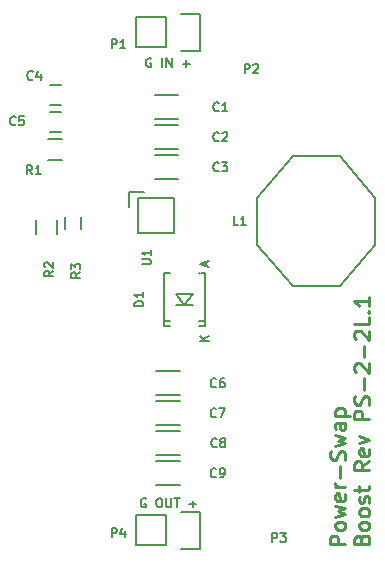
<source format=gto>
G04 #@! TF.FileFunction,Legend,Top*
%FSLAX46Y46*%
G04 Gerber Fmt 4.6, Leading zero omitted, Abs format (unit mm)*
G04 Created by KiCad (PCBNEW 0.201508140901+6091~28~ubuntu14.04.1-product) date Wed 04 Nov 2015 06:06:40 AM PST*
%MOMM*%
G01*
G04 APERTURE LIST*
%ADD10C,0.076200*%
%ADD11C,0.127000*%
%ADD12C,0.254000*%
%ADD13C,0.150000*%
G04 APERTURE END LIST*
D10*
D11*
X157761214Y-126365000D02*
X157688643Y-126328714D01*
X157579786Y-126328714D01*
X157470929Y-126365000D01*
X157398357Y-126437571D01*
X157362072Y-126510143D01*
X157325786Y-126655286D01*
X157325786Y-126764143D01*
X157362072Y-126909286D01*
X157398357Y-126981857D01*
X157470929Y-127054429D01*
X157579786Y-127090714D01*
X157652357Y-127090714D01*
X157761214Y-127054429D01*
X157797500Y-127018143D01*
X157797500Y-126764143D01*
X157652357Y-126764143D01*
X158849785Y-126328714D02*
X158994928Y-126328714D01*
X159067500Y-126365000D01*
X159140071Y-126437571D01*
X159176357Y-126582714D01*
X159176357Y-126836714D01*
X159140071Y-126981857D01*
X159067500Y-127054429D01*
X158994928Y-127090714D01*
X158849785Y-127090714D01*
X158777214Y-127054429D01*
X158704643Y-126981857D01*
X158668357Y-126836714D01*
X158668357Y-126582714D01*
X158704643Y-126437571D01*
X158777214Y-126365000D01*
X158849785Y-126328714D01*
X159502929Y-126328714D02*
X159502929Y-126945571D01*
X159539214Y-127018143D01*
X159575500Y-127054429D01*
X159648071Y-127090714D01*
X159793214Y-127090714D01*
X159865786Y-127054429D01*
X159902071Y-127018143D01*
X159938357Y-126945571D01*
X159938357Y-126328714D01*
X160192357Y-126328714D02*
X160627786Y-126328714D01*
X160410072Y-127090714D02*
X160410072Y-126328714D01*
X161462357Y-126800429D02*
X162042928Y-126800429D01*
X161752642Y-127090714D02*
X161752642Y-126510143D01*
X158205714Y-89090500D02*
X158133143Y-89054214D01*
X158024286Y-89054214D01*
X157915429Y-89090500D01*
X157842857Y-89163071D01*
X157806572Y-89235643D01*
X157770286Y-89380786D01*
X157770286Y-89489643D01*
X157806572Y-89634786D01*
X157842857Y-89707357D01*
X157915429Y-89779929D01*
X158024286Y-89816214D01*
X158096857Y-89816214D01*
X158205714Y-89779929D01*
X158242000Y-89743643D01*
X158242000Y-89489643D01*
X158096857Y-89489643D01*
X159149143Y-89816214D02*
X159149143Y-89054214D01*
X159512000Y-89816214D02*
X159512000Y-89054214D01*
X159947428Y-89816214D01*
X159947428Y-89054214D01*
X160890857Y-89525929D02*
X161471428Y-89525929D01*
X161181142Y-89816214D02*
X161181142Y-89235643D01*
D12*
X174658524Y-130197619D02*
X173388524Y-130197619D01*
X173388524Y-129713810D01*
X173449000Y-129592857D01*
X173509476Y-129532381D01*
X173630429Y-129471905D01*
X173811857Y-129471905D01*
X173932810Y-129532381D01*
X173993286Y-129592857D01*
X174053762Y-129713810D01*
X174053762Y-130197619D01*
X174658524Y-128746190D02*
X174598048Y-128867143D01*
X174537571Y-128927619D01*
X174416619Y-128988095D01*
X174053762Y-128988095D01*
X173932810Y-128927619D01*
X173872333Y-128867143D01*
X173811857Y-128746190D01*
X173811857Y-128564762D01*
X173872333Y-128443810D01*
X173932810Y-128383333D01*
X174053762Y-128322857D01*
X174416619Y-128322857D01*
X174537571Y-128383333D01*
X174598048Y-128443810D01*
X174658524Y-128564762D01*
X174658524Y-128746190D01*
X173811857Y-127899523D02*
X174658524Y-127657619D01*
X174053762Y-127415714D01*
X174658524Y-127173809D01*
X173811857Y-126931904D01*
X174598048Y-125964286D02*
X174658524Y-126085238D01*
X174658524Y-126327143D01*
X174598048Y-126448095D01*
X174477095Y-126508571D01*
X173993286Y-126508571D01*
X173872333Y-126448095D01*
X173811857Y-126327143D01*
X173811857Y-126085238D01*
X173872333Y-125964286D01*
X173993286Y-125903809D01*
X174114238Y-125903809D01*
X174235190Y-126508571D01*
X174658524Y-125359524D02*
X173811857Y-125359524D01*
X174053762Y-125359524D02*
X173932810Y-125299048D01*
X173872333Y-125238572D01*
X173811857Y-125117619D01*
X173811857Y-124996667D01*
X174174714Y-124573334D02*
X174174714Y-123605715D01*
X174598048Y-123061429D02*
X174658524Y-122880001D01*
X174658524Y-122577620D01*
X174598048Y-122456667D01*
X174537571Y-122396191D01*
X174416619Y-122335715D01*
X174295667Y-122335715D01*
X174174714Y-122396191D01*
X174114238Y-122456667D01*
X174053762Y-122577620D01*
X173993286Y-122819524D01*
X173932810Y-122940477D01*
X173872333Y-123000953D01*
X173751381Y-123061429D01*
X173630429Y-123061429D01*
X173509476Y-123000953D01*
X173449000Y-122940477D01*
X173388524Y-122819524D01*
X173388524Y-122517144D01*
X173449000Y-122335715D01*
X173811857Y-121912381D02*
X174658524Y-121670477D01*
X174053762Y-121428572D01*
X174658524Y-121186667D01*
X173811857Y-120944762D01*
X174658524Y-119916667D02*
X173993286Y-119916667D01*
X173872333Y-119977144D01*
X173811857Y-120098096D01*
X173811857Y-120340001D01*
X173872333Y-120460953D01*
X174598048Y-119916667D02*
X174658524Y-120037620D01*
X174658524Y-120340001D01*
X174598048Y-120460953D01*
X174477095Y-120521429D01*
X174356143Y-120521429D01*
X174235190Y-120460953D01*
X174174714Y-120340001D01*
X174174714Y-120037620D01*
X174114238Y-119916667D01*
X173811857Y-119311905D02*
X175081857Y-119311905D01*
X173872333Y-119311905D02*
X173811857Y-119190953D01*
X173811857Y-118949048D01*
X173872333Y-118828096D01*
X173932810Y-118767619D01*
X174053762Y-118707143D01*
X174416619Y-118707143D01*
X174537571Y-118767619D01*
X174598048Y-118828096D01*
X174658524Y-118949048D01*
X174658524Y-119190953D01*
X174598048Y-119311905D01*
X176025286Y-129774286D02*
X176085762Y-129592857D01*
X176146238Y-129532381D01*
X176267190Y-129471905D01*
X176448619Y-129471905D01*
X176569571Y-129532381D01*
X176630048Y-129592857D01*
X176690524Y-129713810D01*
X176690524Y-130197619D01*
X175420524Y-130197619D01*
X175420524Y-129774286D01*
X175481000Y-129653333D01*
X175541476Y-129592857D01*
X175662429Y-129532381D01*
X175783381Y-129532381D01*
X175904333Y-129592857D01*
X175964810Y-129653333D01*
X176025286Y-129774286D01*
X176025286Y-130197619D01*
X176690524Y-128746190D02*
X176630048Y-128867143D01*
X176569571Y-128927619D01*
X176448619Y-128988095D01*
X176085762Y-128988095D01*
X175964810Y-128927619D01*
X175904333Y-128867143D01*
X175843857Y-128746190D01*
X175843857Y-128564762D01*
X175904333Y-128443810D01*
X175964810Y-128383333D01*
X176085762Y-128322857D01*
X176448619Y-128322857D01*
X176569571Y-128383333D01*
X176630048Y-128443810D01*
X176690524Y-128564762D01*
X176690524Y-128746190D01*
X176690524Y-127597142D02*
X176630048Y-127718095D01*
X176569571Y-127778571D01*
X176448619Y-127839047D01*
X176085762Y-127839047D01*
X175964810Y-127778571D01*
X175904333Y-127718095D01*
X175843857Y-127597142D01*
X175843857Y-127415714D01*
X175904333Y-127294762D01*
X175964810Y-127234285D01*
X176085762Y-127173809D01*
X176448619Y-127173809D01*
X176569571Y-127234285D01*
X176630048Y-127294762D01*
X176690524Y-127415714D01*
X176690524Y-127597142D01*
X176630048Y-126689999D02*
X176690524Y-126569047D01*
X176690524Y-126327142D01*
X176630048Y-126206190D01*
X176509095Y-126145714D01*
X176448619Y-126145714D01*
X176327667Y-126206190D01*
X176267190Y-126327142D01*
X176267190Y-126508571D01*
X176206714Y-126629523D01*
X176085762Y-126689999D01*
X176025286Y-126689999D01*
X175904333Y-126629523D01*
X175843857Y-126508571D01*
X175843857Y-126327142D01*
X175904333Y-126206190D01*
X175843857Y-125782857D02*
X175843857Y-125299047D01*
X175420524Y-125601428D02*
X176509095Y-125601428D01*
X176630048Y-125540952D01*
X176690524Y-125419999D01*
X176690524Y-125299047D01*
X176690524Y-123182381D02*
X176085762Y-123605714D01*
X176690524Y-123908095D02*
X175420524Y-123908095D01*
X175420524Y-123424286D01*
X175481000Y-123303333D01*
X175541476Y-123242857D01*
X175662429Y-123182381D01*
X175843857Y-123182381D01*
X175964810Y-123242857D01*
X176025286Y-123303333D01*
X176085762Y-123424286D01*
X176085762Y-123908095D01*
X176630048Y-122154286D02*
X176690524Y-122275238D01*
X176690524Y-122517143D01*
X176630048Y-122638095D01*
X176509095Y-122698571D01*
X176025286Y-122698571D01*
X175904333Y-122638095D01*
X175843857Y-122517143D01*
X175843857Y-122275238D01*
X175904333Y-122154286D01*
X176025286Y-122093809D01*
X176146238Y-122093809D01*
X176267190Y-122698571D01*
X175843857Y-121670476D02*
X176690524Y-121368095D01*
X175843857Y-121065715D01*
X176690524Y-119614286D02*
X175420524Y-119614286D01*
X175420524Y-119130477D01*
X175481000Y-119009524D01*
X175541476Y-118949048D01*
X175662429Y-118888572D01*
X175843857Y-118888572D01*
X175964810Y-118949048D01*
X176025286Y-119009524D01*
X176085762Y-119130477D01*
X176085762Y-119614286D01*
X176630048Y-118404762D02*
X176690524Y-118223334D01*
X176690524Y-117920953D01*
X176630048Y-117800000D01*
X176569571Y-117739524D01*
X176448619Y-117679048D01*
X176327667Y-117679048D01*
X176206714Y-117739524D01*
X176146238Y-117800000D01*
X176085762Y-117920953D01*
X176025286Y-118162857D01*
X175964810Y-118283810D01*
X175904333Y-118344286D01*
X175783381Y-118404762D01*
X175662429Y-118404762D01*
X175541476Y-118344286D01*
X175481000Y-118283810D01*
X175420524Y-118162857D01*
X175420524Y-117860477D01*
X175481000Y-117679048D01*
X176206714Y-117134762D02*
X176206714Y-116167143D01*
X175541476Y-115622857D02*
X175481000Y-115562381D01*
X175420524Y-115441429D01*
X175420524Y-115139048D01*
X175481000Y-115018095D01*
X175541476Y-114957619D01*
X175662429Y-114897143D01*
X175783381Y-114897143D01*
X175964810Y-114957619D01*
X176690524Y-115683333D01*
X176690524Y-114897143D01*
X176206714Y-114352857D02*
X176206714Y-113385238D01*
X175541476Y-112840952D02*
X175481000Y-112780476D01*
X175420524Y-112659524D01*
X175420524Y-112357143D01*
X175481000Y-112236190D01*
X175541476Y-112175714D01*
X175662429Y-112115238D01*
X175783381Y-112115238D01*
X175964810Y-112175714D01*
X176690524Y-112901428D01*
X176690524Y-112115238D01*
X176690524Y-110966190D02*
X176690524Y-111570952D01*
X175420524Y-111570952D01*
X176569571Y-110542857D02*
X176630048Y-110482381D01*
X176690524Y-110542857D01*
X176630048Y-110603333D01*
X176569571Y-110542857D01*
X176690524Y-110542857D01*
X176690524Y-109272857D02*
X176690524Y-109998571D01*
X176690524Y-109635714D02*
X175420524Y-109635714D01*
X175601952Y-109756666D01*
X175722905Y-109877619D01*
X175783381Y-109998571D01*
D13*
X158512000Y-94243000D02*
X160512000Y-94243000D01*
X160512000Y-92193000D02*
X158512000Y-92193000D01*
X158512000Y-96783000D02*
X160512000Y-96783000D01*
X160512000Y-94733000D02*
X158512000Y-94733000D01*
X158512000Y-99323000D02*
X160512000Y-99323000D01*
X160512000Y-97273000D02*
X158512000Y-97273000D01*
X150614000Y-91352000D02*
X149614000Y-91352000D01*
X149614000Y-93052000D02*
X150614000Y-93052000D01*
X150614000Y-93638000D02*
X149614000Y-93638000D01*
X149614000Y-95338000D02*
X150614000Y-95338000D01*
X158639000Y-117611000D02*
X160639000Y-117611000D01*
X160639000Y-115561000D02*
X158639000Y-115561000D01*
X158639000Y-120151000D02*
X160639000Y-120151000D01*
X160639000Y-118101000D02*
X158639000Y-118101000D01*
X158639000Y-122691000D02*
X160639000Y-122691000D01*
X160639000Y-120641000D02*
X158639000Y-120641000D01*
X158639000Y-125231000D02*
X160639000Y-125231000D01*
X160639000Y-123181000D02*
X158639000Y-123181000D01*
X161036000Y-109973580D02*
X160334960Y-109023620D01*
X160334960Y-109023620D02*
X161737040Y-109023620D01*
X161737040Y-109023620D02*
X161036000Y-109973580D01*
X160334960Y-109973580D02*
X161737040Y-109973580D01*
X162435540Y-111724440D02*
X162285680Y-111724440D01*
X159636460Y-111724440D02*
X159786320Y-111724440D01*
X162435540Y-111273140D02*
X162234880Y-111273140D01*
X162384740Y-107223560D02*
X162285680Y-107223560D01*
X159687260Y-111273140D02*
X159837120Y-111273140D01*
X159636460Y-107223560D02*
X159786320Y-107223560D01*
X162786060Y-111273140D02*
X162435540Y-111273140D01*
X159285940Y-111273140D02*
X159636460Y-111273140D01*
X162786060Y-107223560D02*
X162435540Y-107223560D01*
X162786060Y-111724440D02*
X162435540Y-111724440D01*
X159285940Y-111724440D02*
X159636460Y-111724440D01*
X159285940Y-107223560D02*
X159636460Y-107223560D01*
X162786060Y-111724440D02*
X162786060Y-107223560D01*
X159285940Y-111724440D02*
X159285940Y-107223560D01*
X177212000Y-104870000D02*
X174212000Y-108370000D01*
X174212000Y-108370000D02*
X170212000Y-108370000D01*
X170212000Y-108370000D02*
X167212000Y-104870000D01*
X174212000Y-97370000D02*
X177212000Y-100870000D01*
X170212000Y-97370000D02*
X167212000Y-100870000D01*
X174212000Y-97370000D02*
X170212000Y-97370000D01*
X167212000Y-100870000D02*
X167212000Y-104870000D01*
X177212000Y-100870000D02*
X177212000Y-104870000D01*
X159512000Y-88138000D02*
X156972000Y-88138000D01*
X162332000Y-88418000D02*
X160782000Y-88418000D01*
X159512000Y-88138000D02*
X159512000Y-85598000D01*
X160782000Y-85318000D02*
X162332000Y-85318000D01*
X162332000Y-85318000D02*
X162332000Y-88418000D01*
X159512000Y-85598000D02*
X156972000Y-85598000D01*
X156972000Y-85598000D02*
X156972000Y-88138000D01*
X159512000Y-130302000D02*
X156972000Y-130302000D01*
X162332000Y-130582000D02*
X160782000Y-130582000D01*
X159512000Y-130302000D02*
X159512000Y-127762000D01*
X160782000Y-127482000D02*
X162332000Y-127482000D01*
X162332000Y-127482000D02*
X162332000Y-130582000D01*
X159512000Y-127762000D02*
X156972000Y-127762000D01*
X156972000Y-127762000D02*
X156972000Y-130302000D01*
X149514000Y-95899000D02*
X150714000Y-95899000D01*
X150714000Y-97649000D02*
X149514000Y-97649000D01*
X150227000Y-102778000D02*
X150227000Y-103978000D01*
X148477000Y-103978000D02*
X148477000Y-102778000D01*
X150963000Y-103497000D02*
X150963000Y-102497000D01*
X152313000Y-102497000D02*
X152313000Y-103497000D01*
X157623000Y-100362000D02*
X156373000Y-100362000D01*
X156373000Y-100362000D02*
X156373000Y-101612000D01*
X157123000Y-100862000D02*
X157123000Y-103862000D01*
X157123000Y-103862000D02*
X160123000Y-103862000D01*
X160123000Y-103862000D02*
X160123000Y-100862000D01*
X160123000Y-100862000D02*
X157123000Y-100862000D01*
D11*
X163957000Y-93490143D02*
X163920714Y-93526429D01*
X163811857Y-93562714D01*
X163739286Y-93562714D01*
X163630429Y-93526429D01*
X163557857Y-93453857D01*
X163521572Y-93381286D01*
X163485286Y-93236143D01*
X163485286Y-93127286D01*
X163521572Y-92982143D01*
X163557857Y-92909571D01*
X163630429Y-92837000D01*
X163739286Y-92800714D01*
X163811857Y-92800714D01*
X163920714Y-92837000D01*
X163957000Y-92873286D01*
X164682714Y-93562714D02*
X164247286Y-93562714D01*
X164465000Y-93562714D02*
X164465000Y-92800714D01*
X164392429Y-92909571D01*
X164319857Y-92982143D01*
X164247286Y-93018429D01*
X163957000Y-96030143D02*
X163920714Y-96066429D01*
X163811857Y-96102714D01*
X163739286Y-96102714D01*
X163630429Y-96066429D01*
X163557857Y-95993857D01*
X163521572Y-95921286D01*
X163485286Y-95776143D01*
X163485286Y-95667286D01*
X163521572Y-95522143D01*
X163557857Y-95449571D01*
X163630429Y-95377000D01*
X163739286Y-95340714D01*
X163811857Y-95340714D01*
X163920714Y-95377000D01*
X163957000Y-95413286D01*
X164247286Y-95413286D02*
X164283572Y-95377000D01*
X164356143Y-95340714D01*
X164537572Y-95340714D01*
X164610143Y-95377000D01*
X164646429Y-95413286D01*
X164682714Y-95485857D01*
X164682714Y-95558429D01*
X164646429Y-95667286D01*
X164211000Y-96102714D01*
X164682714Y-96102714D01*
X163957000Y-98570143D02*
X163920714Y-98606429D01*
X163811857Y-98642714D01*
X163739286Y-98642714D01*
X163630429Y-98606429D01*
X163557857Y-98533857D01*
X163521572Y-98461286D01*
X163485286Y-98316143D01*
X163485286Y-98207286D01*
X163521572Y-98062143D01*
X163557857Y-97989571D01*
X163630429Y-97917000D01*
X163739286Y-97880714D01*
X163811857Y-97880714D01*
X163920714Y-97917000D01*
X163957000Y-97953286D01*
X164211000Y-97880714D02*
X164682714Y-97880714D01*
X164428714Y-98171000D01*
X164537572Y-98171000D01*
X164610143Y-98207286D01*
X164646429Y-98243571D01*
X164682714Y-98316143D01*
X164682714Y-98497571D01*
X164646429Y-98570143D01*
X164610143Y-98606429D01*
X164537572Y-98642714D01*
X164319857Y-98642714D01*
X164247286Y-98606429D01*
X164211000Y-98570143D01*
X148209000Y-90823143D02*
X148172714Y-90859429D01*
X148063857Y-90895714D01*
X147991286Y-90895714D01*
X147882429Y-90859429D01*
X147809857Y-90786857D01*
X147773572Y-90714286D01*
X147737286Y-90569143D01*
X147737286Y-90460286D01*
X147773572Y-90315143D01*
X147809857Y-90242571D01*
X147882429Y-90170000D01*
X147991286Y-90133714D01*
X148063857Y-90133714D01*
X148172714Y-90170000D01*
X148209000Y-90206286D01*
X148862143Y-90387714D02*
X148862143Y-90895714D01*
X148680714Y-90097429D02*
X148499286Y-90641714D01*
X148971000Y-90641714D01*
X146735800Y-94658543D02*
X146699514Y-94694829D01*
X146590657Y-94731114D01*
X146518086Y-94731114D01*
X146409229Y-94694829D01*
X146336657Y-94622257D01*
X146300372Y-94549686D01*
X146264086Y-94404543D01*
X146264086Y-94295686D01*
X146300372Y-94150543D01*
X146336657Y-94077971D01*
X146409229Y-94005400D01*
X146518086Y-93969114D01*
X146590657Y-93969114D01*
X146699514Y-94005400D01*
X146735800Y-94041686D01*
X147425229Y-93969114D02*
X147062372Y-93969114D01*
X147026086Y-94331971D01*
X147062372Y-94295686D01*
X147134943Y-94259400D01*
X147316372Y-94259400D01*
X147388943Y-94295686D01*
X147425229Y-94331971D01*
X147461514Y-94404543D01*
X147461514Y-94585971D01*
X147425229Y-94658543D01*
X147388943Y-94694829D01*
X147316372Y-94731114D01*
X147134943Y-94731114D01*
X147062372Y-94694829D01*
X147026086Y-94658543D01*
X163728400Y-116858143D02*
X163692114Y-116894429D01*
X163583257Y-116930714D01*
X163510686Y-116930714D01*
X163401829Y-116894429D01*
X163329257Y-116821857D01*
X163292972Y-116749286D01*
X163256686Y-116604143D01*
X163256686Y-116495286D01*
X163292972Y-116350143D01*
X163329257Y-116277571D01*
X163401829Y-116205000D01*
X163510686Y-116168714D01*
X163583257Y-116168714D01*
X163692114Y-116205000D01*
X163728400Y-116241286D01*
X164381543Y-116168714D02*
X164236400Y-116168714D01*
X164163829Y-116205000D01*
X164127543Y-116241286D01*
X164054972Y-116350143D01*
X164018686Y-116495286D01*
X164018686Y-116785571D01*
X164054972Y-116858143D01*
X164091257Y-116894429D01*
X164163829Y-116930714D01*
X164308972Y-116930714D01*
X164381543Y-116894429D01*
X164417829Y-116858143D01*
X164454114Y-116785571D01*
X164454114Y-116604143D01*
X164417829Y-116531571D01*
X164381543Y-116495286D01*
X164308972Y-116459000D01*
X164163829Y-116459000D01*
X164091257Y-116495286D01*
X164054972Y-116531571D01*
X164018686Y-116604143D01*
X163728400Y-119398143D02*
X163692114Y-119434429D01*
X163583257Y-119470714D01*
X163510686Y-119470714D01*
X163401829Y-119434429D01*
X163329257Y-119361857D01*
X163292972Y-119289286D01*
X163256686Y-119144143D01*
X163256686Y-119035286D01*
X163292972Y-118890143D01*
X163329257Y-118817571D01*
X163401829Y-118745000D01*
X163510686Y-118708714D01*
X163583257Y-118708714D01*
X163692114Y-118745000D01*
X163728400Y-118781286D01*
X163982400Y-118708714D02*
X164490400Y-118708714D01*
X164163829Y-119470714D01*
X163779200Y-121938143D02*
X163742914Y-121974429D01*
X163634057Y-122010714D01*
X163561486Y-122010714D01*
X163452629Y-121974429D01*
X163380057Y-121901857D01*
X163343772Y-121829286D01*
X163307486Y-121684143D01*
X163307486Y-121575286D01*
X163343772Y-121430143D01*
X163380057Y-121357571D01*
X163452629Y-121285000D01*
X163561486Y-121248714D01*
X163634057Y-121248714D01*
X163742914Y-121285000D01*
X163779200Y-121321286D01*
X164214629Y-121575286D02*
X164142057Y-121539000D01*
X164105772Y-121502714D01*
X164069486Y-121430143D01*
X164069486Y-121393857D01*
X164105772Y-121321286D01*
X164142057Y-121285000D01*
X164214629Y-121248714D01*
X164359772Y-121248714D01*
X164432343Y-121285000D01*
X164468629Y-121321286D01*
X164504914Y-121393857D01*
X164504914Y-121430143D01*
X164468629Y-121502714D01*
X164432343Y-121539000D01*
X164359772Y-121575286D01*
X164214629Y-121575286D01*
X164142057Y-121611571D01*
X164105772Y-121647857D01*
X164069486Y-121720429D01*
X164069486Y-121865571D01*
X164105772Y-121938143D01*
X164142057Y-121974429D01*
X164214629Y-122010714D01*
X164359772Y-122010714D01*
X164432343Y-121974429D01*
X164468629Y-121938143D01*
X164504914Y-121865571D01*
X164504914Y-121720429D01*
X164468629Y-121647857D01*
X164432343Y-121611571D01*
X164359772Y-121575286D01*
X163728400Y-124478143D02*
X163692114Y-124514429D01*
X163583257Y-124550714D01*
X163510686Y-124550714D01*
X163401829Y-124514429D01*
X163329257Y-124441857D01*
X163292972Y-124369286D01*
X163256686Y-124224143D01*
X163256686Y-124115286D01*
X163292972Y-123970143D01*
X163329257Y-123897571D01*
X163401829Y-123825000D01*
X163510686Y-123788714D01*
X163583257Y-123788714D01*
X163692114Y-123825000D01*
X163728400Y-123861286D01*
X164091257Y-124550714D02*
X164236400Y-124550714D01*
X164308972Y-124514429D01*
X164345257Y-124478143D01*
X164417829Y-124369286D01*
X164454114Y-124224143D01*
X164454114Y-123933857D01*
X164417829Y-123861286D01*
X164381543Y-123825000D01*
X164308972Y-123788714D01*
X164163829Y-123788714D01*
X164091257Y-123825000D01*
X164054972Y-123861286D01*
X164018686Y-123933857D01*
X164018686Y-124115286D01*
X164054972Y-124187857D01*
X164091257Y-124224143D01*
X164163829Y-124260429D01*
X164308972Y-124260429D01*
X164381543Y-124224143D01*
X164417829Y-124187857D01*
X164454114Y-124115286D01*
X157570714Y-110036428D02*
X156808714Y-110036428D01*
X156808714Y-109855000D01*
X156845000Y-109746143D01*
X156917571Y-109673571D01*
X156990143Y-109637286D01*
X157135286Y-109601000D01*
X157244143Y-109601000D01*
X157389286Y-109637286D01*
X157461857Y-109673571D01*
X157534429Y-109746143D01*
X157570714Y-109855000D01*
X157570714Y-110036428D01*
X157570714Y-108875286D02*
X157570714Y-109310714D01*
X157570714Y-109093000D02*
X156808714Y-109093000D01*
X156917571Y-109165571D01*
X156990143Y-109238143D01*
X157026429Y-109310714D01*
X163080714Y-112973571D02*
X162318714Y-112973571D01*
X163080714Y-112538143D02*
X162645286Y-112864714D01*
X162318714Y-112538143D02*
X162754143Y-112973571D01*
X162862260Y-106655688D02*
X162862260Y-106292831D01*
X163079974Y-106728260D02*
X162317974Y-106474260D01*
X163079974Y-106220260D01*
X165585001Y-103214714D02*
X165222144Y-103214714D01*
X165222144Y-102452714D01*
X166238143Y-103214714D02*
X165802715Y-103214714D01*
X166020429Y-103214714D02*
X166020429Y-102452714D01*
X165947858Y-102561571D01*
X165875286Y-102634143D01*
X165802715Y-102670429D01*
X154885572Y-88228714D02*
X154885572Y-87466714D01*
X155175857Y-87466714D01*
X155248429Y-87503000D01*
X155284714Y-87539286D01*
X155321000Y-87611857D01*
X155321000Y-87720714D01*
X155284714Y-87793286D01*
X155248429Y-87829571D01*
X155175857Y-87865857D01*
X154885572Y-87865857D01*
X156046714Y-88228714D02*
X155611286Y-88228714D01*
X155829000Y-88228714D02*
X155829000Y-87466714D01*
X155756429Y-87575571D01*
X155683857Y-87648143D01*
X155611286Y-87684429D01*
X166137772Y-90311514D02*
X166137772Y-89549514D01*
X166428057Y-89549514D01*
X166500629Y-89585800D01*
X166536914Y-89622086D01*
X166573200Y-89694657D01*
X166573200Y-89803514D01*
X166536914Y-89876086D01*
X166500629Y-89912371D01*
X166428057Y-89948657D01*
X166137772Y-89948657D01*
X166863486Y-89622086D02*
X166899772Y-89585800D01*
X166972343Y-89549514D01*
X167153772Y-89549514D01*
X167226343Y-89585800D01*
X167262629Y-89622086D01*
X167298914Y-89694657D01*
X167298914Y-89767229D01*
X167262629Y-89876086D01*
X166827200Y-90311514D01*
X167298914Y-90311514D01*
X168474572Y-130011714D02*
X168474572Y-129249714D01*
X168764857Y-129249714D01*
X168837429Y-129286000D01*
X168873714Y-129322286D01*
X168910000Y-129394857D01*
X168910000Y-129503714D01*
X168873714Y-129576286D01*
X168837429Y-129612571D01*
X168764857Y-129648857D01*
X168474572Y-129648857D01*
X169164000Y-129249714D02*
X169635714Y-129249714D01*
X169381714Y-129540000D01*
X169490572Y-129540000D01*
X169563143Y-129576286D01*
X169599429Y-129612571D01*
X169635714Y-129685143D01*
X169635714Y-129866571D01*
X169599429Y-129939143D01*
X169563143Y-129975429D01*
X169490572Y-130011714D01*
X169272857Y-130011714D01*
X169200286Y-129975429D01*
X169164000Y-129939143D01*
X154885572Y-129630714D02*
X154885572Y-128868714D01*
X155175857Y-128868714D01*
X155248429Y-128905000D01*
X155284714Y-128941286D01*
X155321000Y-129013857D01*
X155321000Y-129122714D01*
X155284714Y-129195286D01*
X155248429Y-129231571D01*
X155175857Y-129267857D01*
X154885572Y-129267857D01*
X155974143Y-129122714D02*
X155974143Y-129630714D01*
X155792714Y-128832429D02*
X155611286Y-129376714D01*
X156083000Y-129376714D01*
X148158200Y-98896714D02*
X147904200Y-98533857D01*
X147722772Y-98896714D02*
X147722772Y-98134714D01*
X148013057Y-98134714D01*
X148085629Y-98171000D01*
X148121914Y-98207286D01*
X148158200Y-98279857D01*
X148158200Y-98388714D01*
X148121914Y-98461286D01*
X148085629Y-98497571D01*
X148013057Y-98533857D01*
X147722772Y-98533857D01*
X148883914Y-98896714D02*
X148448486Y-98896714D01*
X148666200Y-98896714D02*
X148666200Y-98134714D01*
X148593629Y-98243571D01*
X148521057Y-98316143D01*
X148448486Y-98352429D01*
X149950714Y-107061000D02*
X149587857Y-107315000D01*
X149950714Y-107496428D02*
X149188714Y-107496428D01*
X149188714Y-107206143D01*
X149225000Y-107133571D01*
X149261286Y-107097286D01*
X149333857Y-107061000D01*
X149442714Y-107061000D01*
X149515286Y-107097286D01*
X149551571Y-107133571D01*
X149587857Y-107206143D01*
X149587857Y-107496428D01*
X149261286Y-106770714D02*
X149225000Y-106734428D01*
X149188714Y-106661857D01*
X149188714Y-106480428D01*
X149225000Y-106407857D01*
X149261286Y-106371571D01*
X149333857Y-106335286D01*
X149406429Y-106335286D01*
X149515286Y-106371571D01*
X149950714Y-106807000D01*
X149950714Y-106335286D01*
X152236714Y-107188000D02*
X151873857Y-107442000D01*
X152236714Y-107623428D02*
X151474714Y-107623428D01*
X151474714Y-107333143D01*
X151511000Y-107260571D01*
X151547286Y-107224286D01*
X151619857Y-107188000D01*
X151728714Y-107188000D01*
X151801286Y-107224286D01*
X151837571Y-107260571D01*
X151873857Y-107333143D01*
X151873857Y-107623428D01*
X151474714Y-106934000D02*
X151474714Y-106462286D01*
X151765000Y-106716286D01*
X151765000Y-106607428D01*
X151801286Y-106534857D01*
X151837571Y-106498571D01*
X151910143Y-106462286D01*
X152091571Y-106462286D01*
X152164143Y-106498571D01*
X152200429Y-106534857D01*
X152236714Y-106607428D01*
X152236714Y-106825143D01*
X152200429Y-106897714D01*
X152164143Y-106934000D01*
X157443714Y-106498571D02*
X158060571Y-106498571D01*
X158133143Y-106462286D01*
X158169429Y-106426000D01*
X158205714Y-106353429D01*
X158205714Y-106208286D01*
X158169429Y-106135714D01*
X158133143Y-106099429D01*
X158060571Y-106063143D01*
X157443714Y-106063143D01*
X158205714Y-105301143D02*
X158205714Y-105736571D01*
X158205714Y-105518857D02*
X157443714Y-105518857D01*
X157552571Y-105591428D01*
X157625143Y-105664000D01*
X157661429Y-105736571D01*
M02*

</source>
